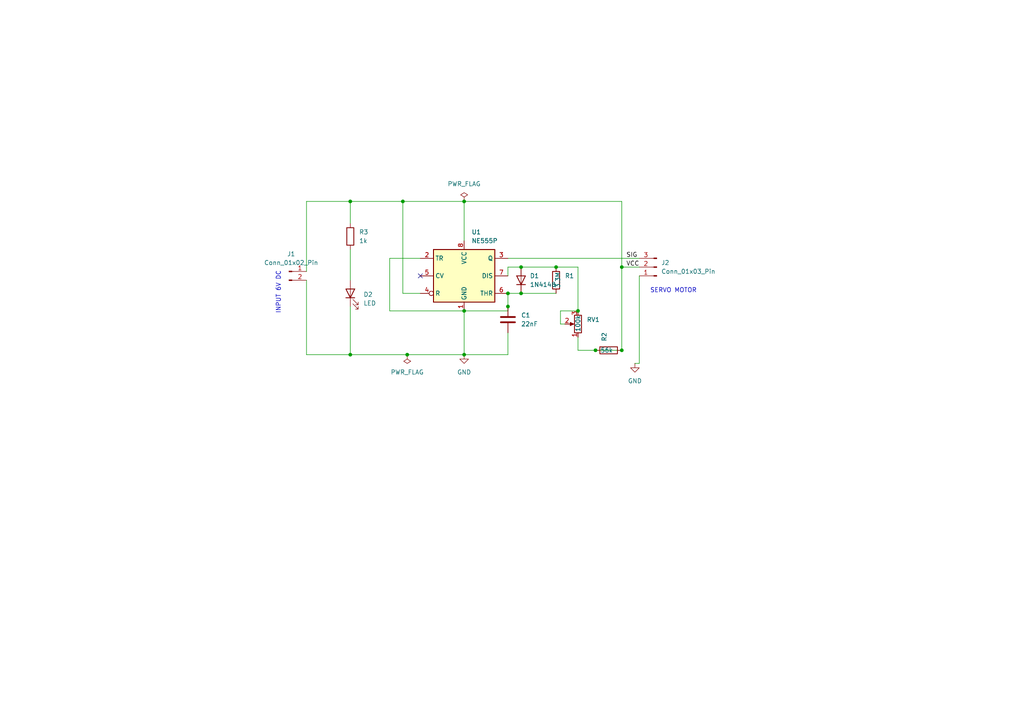
<source format=kicad_sch>
(kicad_sch
	(version 20250114)
	(generator "eeschema")
	(generator_version "9.0")
	(uuid "fb5911e6-8765-419b-a24c-db01bce28eb7")
	(paper "A4")
	(title_block
		(title "servo motor tester")
		(date "2025-12-20")
	)
	(lib_symbols
		(symbol "Connector:Conn_01x02_Pin"
			(pin_names
				(offset 1.016)
				(hide yes)
			)
			(exclude_from_sim no)
			(in_bom yes)
			(on_board yes)
			(property "Reference" "J"
				(at 0 2.54 0)
				(effects
					(font
						(size 1.27 1.27)
					)
				)
			)
			(property "Value" "Conn_01x02_Pin"
				(at 0 -5.08 0)
				(effects
					(font
						(size 1.27 1.27)
					)
				)
			)
			(property "Footprint" ""
				(at 0 0 0)
				(effects
					(font
						(size 1.27 1.27)
					)
					(hide yes)
				)
			)
			(property "Datasheet" "~"
				(at 0 0 0)
				(effects
					(font
						(size 1.27 1.27)
					)
					(hide yes)
				)
			)
			(property "Description" "Generic connector, single row, 01x02, script generated"
				(at 0 0 0)
				(effects
					(font
						(size 1.27 1.27)
					)
					(hide yes)
				)
			)
			(property "ki_locked" ""
				(at 0 0 0)
				(effects
					(font
						(size 1.27 1.27)
					)
				)
			)
			(property "ki_keywords" "connector"
				(at 0 0 0)
				(effects
					(font
						(size 1.27 1.27)
					)
					(hide yes)
				)
			)
			(property "ki_fp_filters" "Connector*:*_1x??_*"
				(at 0 0 0)
				(effects
					(font
						(size 1.27 1.27)
					)
					(hide yes)
				)
			)
			(symbol "Conn_01x02_Pin_1_1"
				(rectangle
					(start 0.8636 0.127)
					(end 0 -0.127)
					(stroke
						(width 0.1524)
						(type default)
					)
					(fill
						(type outline)
					)
				)
				(rectangle
					(start 0.8636 -2.413)
					(end 0 -2.667)
					(stroke
						(width 0.1524)
						(type default)
					)
					(fill
						(type outline)
					)
				)
				(polyline
					(pts
						(xy 1.27 0) (xy 0.8636 0)
					)
					(stroke
						(width 0.1524)
						(type default)
					)
					(fill
						(type none)
					)
				)
				(polyline
					(pts
						(xy 1.27 -2.54) (xy 0.8636 -2.54)
					)
					(stroke
						(width 0.1524)
						(type default)
					)
					(fill
						(type none)
					)
				)
				(pin passive line
					(at 5.08 0 180)
					(length 3.81)
					(name "Pin_1"
						(effects
							(font
								(size 1.27 1.27)
							)
						)
					)
					(number "1"
						(effects
							(font
								(size 1.27 1.27)
							)
						)
					)
				)
				(pin passive line
					(at 5.08 -2.54 180)
					(length 3.81)
					(name "Pin_2"
						(effects
							(font
								(size 1.27 1.27)
							)
						)
					)
					(number "2"
						(effects
							(font
								(size 1.27 1.27)
							)
						)
					)
				)
			)
			(embedded_fonts no)
		)
		(symbol "Connector:Conn_01x03_Pin"
			(pin_names
				(offset 1.016)
				(hide yes)
			)
			(exclude_from_sim no)
			(in_bom yes)
			(on_board yes)
			(property "Reference" "J"
				(at 0 5.08 0)
				(effects
					(font
						(size 1.27 1.27)
					)
				)
			)
			(property "Value" "Conn_01x03_Pin"
				(at 0 -5.08 0)
				(effects
					(font
						(size 1.27 1.27)
					)
				)
			)
			(property "Footprint" ""
				(at 0 0 0)
				(effects
					(font
						(size 1.27 1.27)
					)
					(hide yes)
				)
			)
			(property "Datasheet" "~"
				(at 0 0 0)
				(effects
					(font
						(size 1.27 1.27)
					)
					(hide yes)
				)
			)
			(property "Description" "Generic connector, single row, 01x03, script generated"
				(at 0 0 0)
				(effects
					(font
						(size 1.27 1.27)
					)
					(hide yes)
				)
			)
			(property "ki_locked" ""
				(at 0 0 0)
				(effects
					(font
						(size 1.27 1.27)
					)
				)
			)
			(property "ki_keywords" "connector"
				(at 0 0 0)
				(effects
					(font
						(size 1.27 1.27)
					)
					(hide yes)
				)
			)
			(property "ki_fp_filters" "Connector*:*_1x??_*"
				(at 0 0 0)
				(effects
					(font
						(size 1.27 1.27)
					)
					(hide yes)
				)
			)
			(symbol "Conn_01x03_Pin_1_1"
				(rectangle
					(start 0.8636 2.667)
					(end 0 2.413)
					(stroke
						(width 0.1524)
						(type default)
					)
					(fill
						(type outline)
					)
				)
				(rectangle
					(start 0.8636 0.127)
					(end 0 -0.127)
					(stroke
						(width 0.1524)
						(type default)
					)
					(fill
						(type outline)
					)
				)
				(rectangle
					(start 0.8636 -2.413)
					(end 0 -2.667)
					(stroke
						(width 0.1524)
						(type default)
					)
					(fill
						(type outline)
					)
				)
				(polyline
					(pts
						(xy 1.27 2.54) (xy 0.8636 2.54)
					)
					(stroke
						(width 0.1524)
						(type default)
					)
					(fill
						(type none)
					)
				)
				(polyline
					(pts
						(xy 1.27 0) (xy 0.8636 0)
					)
					(stroke
						(width 0.1524)
						(type default)
					)
					(fill
						(type none)
					)
				)
				(polyline
					(pts
						(xy 1.27 -2.54) (xy 0.8636 -2.54)
					)
					(stroke
						(width 0.1524)
						(type default)
					)
					(fill
						(type none)
					)
				)
				(pin passive line
					(at 5.08 2.54 180)
					(length 3.81)
					(name "Pin_1"
						(effects
							(font
								(size 1.27 1.27)
							)
						)
					)
					(number "1"
						(effects
							(font
								(size 1.27 1.27)
							)
						)
					)
				)
				(pin passive line
					(at 5.08 0 180)
					(length 3.81)
					(name "Pin_2"
						(effects
							(font
								(size 1.27 1.27)
							)
						)
					)
					(number "2"
						(effects
							(font
								(size 1.27 1.27)
							)
						)
					)
				)
				(pin passive line
					(at 5.08 -2.54 180)
					(length 3.81)
					(name "Pin_3"
						(effects
							(font
								(size 1.27 1.27)
							)
						)
					)
					(number "3"
						(effects
							(font
								(size 1.27 1.27)
							)
						)
					)
				)
			)
			(embedded_fonts no)
		)
		(symbol "Device:C"
			(pin_numbers
				(hide yes)
			)
			(pin_names
				(offset 0.254)
			)
			(exclude_from_sim no)
			(in_bom yes)
			(on_board yes)
			(property "Reference" "C"
				(at 0.635 2.54 0)
				(effects
					(font
						(size 1.27 1.27)
					)
					(justify left)
				)
			)
			(property "Value" "C"
				(at 0.635 -2.54 0)
				(effects
					(font
						(size 1.27 1.27)
					)
					(justify left)
				)
			)
			(property "Footprint" ""
				(at 0.9652 -3.81 0)
				(effects
					(font
						(size 1.27 1.27)
					)
					(hide yes)
				)
			)
			(property "Datasheet" "~"
				(at 0 0 0)
				(effects
					(font
						(size 1.27 1.27)
					)
					(hide yes)
				)
			)
			(property "Description" "Unpolarized capacitor"
				(at 0 0 0)
				(effects
					(font
						(size 1.27 1.27)
					)
					(hide yes)
				)
			)
			(property "ki_keywords" "cap capacitor"
				(at 0 0 0)
				(effects
					(font
						(size 1.27 1.27)
					)
					(hide yes)
				)
			)
			(property "ki_fp_filters" "C_*"
				(at 0 0 0)
				(effects
					(font
						(size 1.27 1.27)
					)
					(hide yes)
				)
			)
			(symbol "C_0_1"
				(polyline
					(pts
						(xy -2.032 0.762) (xy 2.032 0.762)
					)
					(stroke
						(width 0.508)
						(type default)
					)
					(fill
						(type none)
					)
				)
				(polyline
					(pts
						(xy -2.032 -0.762) (xy 2.032 -0.762)
					)
					(stroke
						(width 0.508)
						(type default)
					)
					(fill
						(type none)
					)
				)
			)
			(symbol "C_1_1"
				(pin passive line
					(at 0 3.81 270)
					(length 2.794)
					(name "~"
						(effects
							(font
								(size 1.27 1.27)
							)
						)
					)
					(number "1"
						(effects
							(font
								(size 1.27 1.27)
							)
						)
					)
				)
				(pin passive line
					(at 0 -3.81 90)
					(length 2.794)
					(name "~"
						(effects
							(font
								(size 1.27 1.27)
							)
						)
					)
					(number "2"
						(effects
							(font
								(size 1.27 1.27)
							)
						)
					)
				)
			)
			(embedded_fonts no)
		)
		(symbol "Device:LED"
			(pin_numbers
				(hide yes)
			)
			(pin_names
				(offset 1.016)
				(hide yes)
			)
			(exclude_from_sim no)
			(in_bom yes)
			(on_board yes)
			(property "Reference" "D"
				(at 0 2.54 0)
				(effects
					(font
						(size 1.27 1.27)
					)
				)
			)
			(property "Value" "LED"
				(at 0 -2.54 0)
				(effects
					(font
						(size 1.27 1.27)
					)
				)
			)
			(property "Footprint" ""
				(at 0 0 0)
				(effects
					(font
						(size 1.27 1.27)
					)
					(hide yes)
				)
			)
			(property "Datasheet" "~"
				(at 0 0 0)
				(effects
					(font
						(size 1.27 1.27)
					)
					(hide yes)
				)
			)
			(property "Description" "Light emitting diode"
				(at 0 0 0)
				(effects
					(font
						(size 1.27 1.27)
					)
					(hide yes)
				)
			)
			(property "Sim.Pins" "1=K 2=A"
				(at 0 0 0)
				(effects
					(font
						(size 1.27 1.27)
					)
					(hide yes)
				)
			)
			(property "ki_keywords" "LED diode"
				(at 0 0 0)
				(effects
					(font
						(size 1.27 1.27)
					)
					(hide yes)
				)
			)
			(property "ki_fp_filters" "LED* LED_SMD:* LED_THT:*"
				(at 0 0 0)
				(effects
					(font
						(size 1.27 1.27)
					)
					(hide yes)
				)
			)
			(symbol "LED_0_1"
				(polyline
					(pts
						(xy -3.048 -0.762) (xy -4.572 -2.286) (xy -3.81 -2.286) (xy -4.572 -2.286) (xy -4.572 -1.524)
					)
					(stroke
						(width 0)
						(type default)
					)
					(fill
						(type none)
					)
				)
				(polyline
					(pts
						(xy -1.778 -0.762) (xy -3.302 -2.286) (xy -2.54 -2.286) (xy -3.302 -2.286) (xy -3.302 -1.524)
					)
					(stroke
						(width 0)
						(type default)
					)
					(fill
						(type none)
					)
				)
				(polyline
					(pts
						(xy -1.27 0) (xy 1.27 0)
					)
					(stroke
						(width 0)
						(type default)
					)
					(fill
						(type none)
					)
				)
				(polyline
					(pts
						(xy -1.27 -1.27) (xy -1.27 1.27)
					)
					(stroke
						(width 0.254)
						(type default)
					)
					(fill
						(type none)
					)
				)
				(polyline
					(pts
						(xy 1.27 -1.27) (xy 1.27 1.27) (xy -1.27 0) (xy 1.27 -1.27)
					)
					(stroke
						(width 0.254)
						(type default)
					)
					(fill
						(type none)
					)
				)
			)
			(symbol "LED_1_1"
				(pin passive line
					(at -3.81 0 0)
					(length 2.54)
					(name "K"
						(effects
							(font
								(size 1.27 1.27)
							)
						)
					)
					(number "1"
						(effects
							(font
								(size 1.27 1.27)
							)
						)
					)
				)
				(pin passive line
					(at 3.81 0 180)
					(length 2.54)
					(name "A"
						(effects
							(font
								(size 1.27 1.27)
							)
						)
					)
					(number "2"
						(effects
							(font
								(size 1.27 1.27)
							)
						)
					)
				)
			)
			(embedded_fonts no)
		)
		(symbol "Device:R"
			(pin_numbers
				(hide yes)
			)
			(pin_names
				(offset 0)
			)
			(exclude_from_sim no)
			(in_bom yes)
			(on_board yes)
			(property "Reference" "R"
				(at 2.032 0 90)
				(effects
					(font
						(size 1.27 1.27)
					)
				)
			)
			(property "Value" "R"
				(at 0 0 90)
				(effects
					(font
						(size 1.27 1.27)
					)
				)
			)
			(property "Footprint" ""
				(at -1.778 0 90)
				(effects
					(font
						(size 1.27 1.27)
					)
					(hide yes)
				)
			)
			(property "Datasheet" "~"
				(at 0 0 0)
				(effects
					(font
						(size 1.27 1.27)
					)
					(hide yes)
				)
			)
			(property "Description" "Resistor"
				(at 0 0 0)
				(effects
					(font
						(size 1.27 1.27)
					)
					(hide yes)
				)
			)
			(property "ki_keywords" "R res resistor"
				(at 0 0 0)
				(effects
					(font
						(size 1.27 1.27)
					)
					(hide yes)
				)
			)
			(property "ki_fp_filters" "R_*"
				(at 0 0 0)
				(effects
					(font
						(size 1.27 1.27)
					)
					(hide yes)
				)
			)
			(symbol "R_0_1"
				(rectangle
					(start -1.016 -2.54)
					(end 1.016 2.54)
					(stroke
						(width 0.254)
						(type default)
					)
					(fill
						(type none)
					)
				)
			)
			(symbol "R_1_1"
				(pin passive line
					(at 0 3.81 270)
					(length 1.27)
					(name "~"
						(effects
							(font
								(size 1.27 1.27)
							)
						)
					)
					(number "1"
						(effects
							(font
								(size 1.27 1.27)
							)
						)
					)
				)
				(pin passive line
					(at 0 -3.81 90)
					(length 1.27)
					(name "~"
						(effects
							(font
								(size 1.27 1.27)
							)
						)
					)
					(number "2"
						(effects
							(font
								(size 1.27 1.27)
							)
						)
					)
				)
			)
			(embedded_fonts no)
		)
		(symbol "Device:R_Potentiometer"
			(pin_names
				(offset 1.016)
				(hide yes)
			)
			(exclude_from_sim no)
			(in_bom yes)
			(on_board yes)
			(property "Reference" "RV"
				(at -4.445 0 90)
				(effects
					(font
						(size 1.27 1.27)
					)
				)
			)
			(property "Value" "R_Potentiometer"
				(at -2.54 0 90)
				(effects
					(font
						(size 1.27 1.27)
					)
				)
			)
			(property "Footprint" ""
				(at 0 0 0)
				(effects
					(font
						(size 1.27 1.27)
					)
					(hide yes)
				)
			)
			(property "Datasheet" "~"
				(at 0 0 0)
				(effects
					(font
						(size 1.27 1.27)
					)
					(hide yes)
				)
			)
			(property "Description" "Potentiometer"
				(at 0 0 0)
				(effects
					(font
						(size 1.27 1.27)
					)
					(hide yes)
				)
			)
			(property "ki_keywords" "resistor variable"
				(at 0 0 0)
				(effects
					(font
						(size 1.27 1.27)
					)
					(hide yes)
				)
			)
			(property "ki_fp_filters" "Potentiometer*"
				(at 0 0 0)
				(effects
					(font
						(size 1.27 1.27)
					)
					(hide yes)
				)
			)
			(symbol "R_Potentiometer_0_1"
				(rectangle
					(start 1.016 2.54)
					(end -1.016 -2.54)
					(stroke
						(width 0.254)
						(type default)
					)
					(fill
						(type none)
					)
				)
				(polyline
					(pts
						(xy 1.143 0) (xy 2.286 0.508) (xy 2.286 -0.508) (xy 1.143 0)
					)
					(stroke
						(width 0)
						(type default)
					)
					(fill
						(type outline)
					)
				)
				(polyline
					(pts
						(xy 2.54 0) (xy 1.524 0)
					)
					(stroke
						(width 0)
						(type default)
					)
					(fill
						(type none)
					)
				)
			)
			(symbol "R_Potentiometer_1_1"
				(pin passive line
					(at 0 3.81 270)
					(length 1.27)
					(name "1"
						(effects
							(font
								(size 1.27 1.27)
							)
						)
					)
					(number "1"
						(effects
							(font
								(size 1.27 1.27)
							)
						)
					)
				)
				(pin passive line
					(at 0 -3.81 90)
					(length 1.27)
					(name "3"
						(effects
							(font
								(size 1.27 1.27)
							)
						)
					)
					(number "3"
						(effects
							(font
								(size 1.27 1.27)
							)
						)
					)
				)
				(pin passive line
					(at 3.81 0 180)
					(length 1.27)
					(name "2"
						(effects
							(font
								(size 1.27 1.27)
							)
						)
					)
					(number "2"
						(effects
							(font
								(size 1.27 1.27)
							)
						)
					)
				)
			)
			(embedded_fonts no)
		)
		(symbol "Diode:1N4148"
			(pin_numbers
				(hide yes)
			)
			(pin_names
				(hide yes)
			)
			(exclude_from_sim no)
			(in_bom yes)
			(on_board yes)
			(property "Reference" "D"
				(at 0 2.54 0)
				(effects
					(font
						(size 1.27 1.27)
					)
				)
			)
			(property "Value" "1N4148"
				(at 0 -2.54 0)
				(effects
					(font
						(size 1.27 1.27)
					)
				)
			)
			(property "Footprint" "Diode_THT:D_DO-35_SOD27_P7.62mm_Horizontal"
				(at 0 0 0)
				(effects
					(font
						(size 1.27 1.27)
					)
					(hide yes)
				)
			)
			(property "Datasheet" "https://assets.nexperia.com/documents/data-sheet/1N4148_1N4448.pdf"
				(at 0 0 0)
				(effects
					(font
						(size 1.27 1.27)
					)
					(hide yes)
				)
			)
			(property "Description" "100V 0.15A standard switching diode, DO-35"
				(at 0 0 0)
				(effects
					(font
						(size 1.27 1.27)
					)
					(hide yes)
				)
			)
			(property "Sim.Device" "D"
				(at 0 0 0)
				(effects
					(font
						(size 1.27 1.27)
					)
					(hide yes)
				)
			)
			(property "Sim.Pins" "1=K 2=A"
				(at 0 0 0)
				(effects
					(font
						(size 1.27 1.27)
					)
					(hide yes)
				)
			)
			(property "ki_keywords" "diode"
				(at 0 0 0)
				(effects
					(font
						(size 1.27 1.27)
					)
					(hide yes)
				)
			)
			(property "ki_fp_filters" "D*DO?35*"
				(at 0 0 0)
				(effects
					(font
						(size 1.27 1.27)
					)
					(hide yes)
				)
			)
			(symbol "1N4148_0_1"
				(polyline
					(pts
						(xy -1.27 1.27) (xy -1.27 -1.27)
					)
					(stroke
						(width 0.254)
						(type default)
					)
					(fill
						(type none)
					)
				)
				(polyline
					(pts
						(xy 1.27 1.27) (xy 1.27 -1.27) (xy -1.27 0) (xy 1.27 1.27)
					)
					(stroke
						(width 0.254)
						(type default)
					)
					(fill
						(type none)
					)
				)
				(polyline
					(pts
						(xy 1.27 0) (xy -1.27 0)
					)
					(stroke
						(width 0)
						(type default)
					)
					(fill
						(type none)
					)
				)
			)
			(symbol "1N4148_1_1"
				(pin passive line
					(at -3.81 0 0)
					(length 2.54)
					(name "K"
						(effects
							(font
								(size 1.27 1.27)
							)
						)
					)
					(number "1"
						(effects
							(font
								(size 1.27 1.27)
							)
						)
					)
				)
				(pin passive line
					(at 3.81 0 180)
					(length 2.54)
					(name "A"
						(effects
							(font
								(size 1.27 1.27)
							)
						)
					)
					(number "2"
						(effects
							(font
								(size 1.27 1.27)
							)
						)
					)
				)
			)
			(embedded_fonts no)
		)
		(symbol "Timer:NE555P"
			(exclude_from_sim no)
			(in_bom yes)
			(on_board yes)
			(property "Reference" "U"
				(at -10.16 8.89 0)
				(effects
					(font
						(size 1.27 1.27)
					)
					(justify left)
				)
			)
			(property "Value" "NE555P"
				(at 2.54 8.89 0)
				(effects
					(font
						(size 1.27 1.27)
					)
					(justify left)
				)
			)
			(property "Footprint" "Package_DIP:DIP-8_W7.62mm"
				(at 16.51 -10.16 0)
				(effects
					(font
						(size 1.27 1.27)
					)
					(hide yes)
				)
			)
			(property "Datasheet" "http://www.ti.com/lit/ds/symlink/ne555.pdf"
				(at 21.59 -10.16 0)
				(effects
					(font
						(size 1.27 1.27)
					)
					(hide yes)
				)
			)
			(property "Description" "Precision Timers, 555 compatible,  PDIP-8"
				(at 0 0 0)
				(effects
					(font
						(size 1.27 1.27)
					)
					(hide yes)
				)
			)
			(property "ki_keywords" "single timer 555"
				(at 0 0 0)
				(effects
					(font
						(size 1.27 1.27)
					)
					(hide yes)
				)
			)
			(property "ki_fp_filters" "DIP*W7.62mm*"
				(at 0 0 0)
				(effects
					(font
						(size 1.27 1.27)
					)
					(hide yes)
				)
			)
			(symbol "NE555P_0_0"
				(pin power_in line
					(at 0 10.16 270)
					(length 2.54)
					(name "VCC"
						(effects
							(font
								(size 1.27 1.27)
							)
						)
					)
					(number "8"
						(effects
							(font
								(size 1.27 1.27)
							)
						)
					)
				)
				(pin power_in line
					(at 0 -10.16 90)
					(length 2.54)
					(name "GND"
						(effects
							(font
								(size 1.27 1.27)
							)
						)
					)
					(number "1"
						(effects
							(font
								(size 1.27 1.27)
							)
						)
					)
				)
			)
			(symbol "NE555P_0_1"
				(rectangle
					(start -8.89 -7.62)
					(end 8.89 7.62)
					(stroke
						(width 0.254)
						(type default)
					)
					(fill
						(type background)
					)
				)
				(rectangle
					(start -8.89 -7.62)
					(end 8.89 7.62)
					(stroke
						(width 0.254)
						(type default)
					)
					(fill
						(type background)
					)
				)
			)
			(symbol "NE555P_1_1"
				(pin input line
					(at -12.7 5.08 0)
					(length 3.81)
					(name "TR"
						(effects
							(font
								(size 1.27 1.27)
							)
						)
					)
					(number "2"
						(effects
							(font
								(size 1.27 1.27)
							)
						)
					)
				)
				(pin input line
					(at -12.7 0 0)
					(length 3.81)
					(name "CV"
						(effects
							(font
								(size 1.27 1.27)
							)
						)
					)
					(number "5"
						(effects
							(font
								(size 1.27 1.27)
							)
						)
					)
				)
				(pin input inverted
					(at -12.7 -5.08 0)
					(length 3.81)
					(name "R"
						(effects
							(font
								(size 1.27 1.27)
							)
						)
					)
					(number "4"
						(effects
							(font
								(size 1.27 1.27)
							)
						)
					)
				)
				(pin output line
					(at 12.7 5.08 180)
					(length 3.81)
					(name "Q"
						(effects
							(font
								(size 1.27 1.27)
							)
						)
					)
					(number "3"
						(effects
							(font
								(size 1.27 1.27)
							)
						)
					)
				)
				(pin input line
					(at 12.7 0 180)
					(length 3.81)
					(name "DIS"
						(effects
							(font
								(size 1.27 1.27)
							)
						)
					)
					(number "7"
						(effects
							(font
								(size 1.27 1.27)
							)
						)
					)
				)
				(pin input line
					(at 12.7 -5.08 180)
					(length 3.81)
					(name "THR"
						(effects
							(font
								(size 1.27 1.27)
							)
						)
					)
					(number "6"
						(effects
							(font
								(size 1.27 1.27)
							)
						)
					)
				)
			)
			(embedded_fonts no)
		)
		(symbol "power:GND"
			(power)
			(pin_numbers
				(hide yes)
			)
			(pin_names
				(offset 0)
				(hide yes)
			)
			(exclude_from_sim no)
			(in_bom yes)
			(on_board yes)
			(property "Reference" "#PWR"
				(at 0 -6.35 0)
				(effects
					(font
						(size 1.27 1.27)
					)
					(hide yes)
				)
			)
			(property "Value" "GND"
				(at 0 -3.81 0)
				(effects
					(font
						(size 1.27 1.27)
					)
				)
			)
			(property "Footprint" ""
				(at 0 0 0)
				(effects
					(font
						(size 1.27 1.27)
					)
					(hide yes)
				)
			)
			(property "Datasheet" ""
				(at 0 0 0)
				(effects
					(font
						(size 1.27 1.27)
					)
					(hide yes)
				)
			)
			(property "Description" "Power symbol creates a global label with name \"GND\" , ground"
				(at 0 0 0)
				(effects
					(font
						(size 1.27 1.27)
					)
					(hide yes)
				)
			)
			(property "ki_keywords" "global power"
				(at 0 0 0)
				(effects
					(font
						(size 1.27 1.27)
					)
					(hide yes)
				)
			)
			(symbol "GND_0_1"
				(polyline
					(pts
						(xy 0 0) (xy 0 -1.27) (xy 1.27 -1.27) (xy 0 -2.54) (xy -1.27 -1.27) (xy 0 -1.27)
					)
					(stroke
						(width 0)
						(type default)
					)
					(fill
						(type none)
					)
				)
			)
			(symbol "GND_1_1"
				(pin power_in line
					(at 0 0 270)
					(length 0)
					(name "~"
						(effects
							(font
								(size 1.27 1.27)
							)
						)
					)
					(number "1"
						(effects
							(font
								(size 1.27 1.27)
							)
						)
					)
				)
			)
			(embedded_fonts no)
		)
		(symbol "power:PWR_FLAG"
			(power)
			(pin_numbers
				(hide yes)
			)
			(pin_names
				(offset 0)
				(hide yes)
			)
			(exclude_from_sim no)
			(in_bom yes)
			(on_board yes)
			(property "Reference" "#FLG"
				(at 0 1.905 0)
				(effects
					(font
						(size 1.27 1.27)
					)
					(hide yes)
				)
			)
			(property "Value" "PWR_FLAG"
				(at 0 3.81 0)
				(effects
					(font
						(size 1.27 1.27)
					)
				)
			)
			(property "Footprint" ""
				(at 0 0 0)
				(effects
					(font
						(size 1.27 1.27)
					)
					(hide yes)
				)
			)
			(property "Datasheet" "~"
				(at 0 0 0)
				(effects
					(font
						(size 1.27 1.27)
					)
					(hide yes)
				)
			)
			(property "Description" "Special symbol for telling ERC where power comes from"
				(at 0 0 0)
				(effects
					(font
						(size 1.27 1.27)
					)
					(hide yes)
				)
			)
			(property "ki_keywords" "flag power"
				(at 0 0 0)
				(effects
					(font
						(size 1.27 1.27)
					)
					(hide yes)
				)
			)
			(symbol "PWR_FLAG_0_0"
				(pin power_out line
					(at 0 0 90)
					(length 0)
					(name "~"
						(effects
							(font
								(size 1.27 1.27)
							)
						)
					)
					(number "1"
						(effects
							(font
								(size 1.27 1.27)
							)
						)
					)
				)
			)
			(symbol "PWR_FLAG_0_1"
				(polyline
					(pts
						(xy 0 0) (xy 0 1.27) (xy -1.016 1.905) (xy 0 2.54) (xy 1.016 1.905) (xy 0 1.27)
					)
					(stroke
						(width 0)
						(type default)
					)
					(fill
						(type none)
					)
				)
			)
			(embedded_fonts no)
		)
	)
	(text "INPUT 6V DC\n"
		(exclude_from_sim no)
		(at 80.772 84.836 90)
		(effects
			(font
				(size 1.27 1.27)
			)
		)
		(uuid "304f274a-b0f7-4e89-a81f-13b655c0b518")
	)
	(text "SERVO MOTOR"
		(exclude_from_sim no)
		(at 195.326 84.328 0)
		(effects
			(font
				(size 1.27 1.27)
			)
		)
		(uuid "93effef5-2a09-40af-a58e-580e1e31fb9f")
	)
	(junction
		(at 147.32 85.09)
		(diameter 0)
		(color 0 0 0 0)
		(uuid "03c6bdbc-1216-4567-b8ff-56e880b7d87e")
	)
	(junction
		(at 134.62 58.42)
		(diameter 0)
		(color 0 0 0 0)
		(uuid "13bd4040-d68a-4250-acb2-06e3d0e2c3c2")
	)
	(junction
		(at 151.13 77.47)
		(diameter 0)
		(color 0 0 0 0)
		(uuid "3de4376f-347e-42af-bd93-b9f3420e388d")
	)
	(junction
		(at 118.11 102.87)
		(diameter 0)
		(color 0 0 0 0)
		(uuid "53b578b5-b35a-40ea-84f9-2ed31dad678e")
	)
	(junction
		(at 167.64 90.17)
		(diameter 0)
		(color 0 0 0 0)
		(uuid "6fa2b880-1de7-4f05-8eca-80f4bcffd99c")
	)
	(junction
		(at 151.13 85.09)
		(diameter 0)
		(color 0 0 0 0)
		(uuid "705ea9a4-91e0-49ec-b968-e185e3a1c0e3")
	)
	(junction
		(at 172.72 101.6)
		(diameter 0)
		(color 0 0 0 0)
		(uuid "763a37f3-691b-4c2c-8822-3f2c707a202f")
	)
	(junction
		(at 134.62 102.87)
		(diameter 0)
		(color 0 0 0 0)
		(uuid "8f20debb-441c-43ec-bacf-1470da5fac93")
	)
	(junction
		(at 101.6 58.42)
		(diameter 0)
		(color 0 0 0 0)
		(uuid "9359cfbd-e412-48c9-a005-d1f3da8d6e96")
	)
	(junction
		(at 101.6 102.87)
		(diameter 0)
		(color 0 0 0 0)
		(uuid "96e27e65-70e2-48a0-8599-868c066d8591")
	)
	(junction
		(at 161.29 77.47)
		(diameter 0)
		(color 0 0 0 0)
		(uuid "ae1fa971-3565-4815-a753-a15ca2490c7f")
	)
	(junction
		(at 134.62 90.17)
		(diameter 0)
		(color 0 0 0 0)
		(uuid "d6d2674c-c53d-4ebe-bf47-bf42fcb1eef7")
	)
	(junction
		(at 180.34 101.6)
		(diameter 0)
		(color 0 0 0 0)
		(uuid "e4e49ae6-8fc8-48a6-9462-5347250794b9")
	)
	(junction
		(at 180.34 77.47)
		(diameter 0)
		(color 0 0 0 0)
		(uuid "eed12489-fb7c-4168-a0b0-a440275900af")
	)
	(junction
		(at 147.32 88.9)
		(diameter 0)
		(color 0 0 0 0)
		(uuid "fb243138-b5f2-4ce1-8a9d-9bac1d8f7342")
	)
	(junction
		(at 116.84 58.42)
		(diameter 0)
		(color 0 0 0 0)
		(uuid "fdb02eb2-4bd3-4d84-b826-83295be97c3a")
	)
	(no_connect
		(at 121.92 80.01)
		(uuid "dfb5a9d8-00a8-4e25-a0e6-634ca474257e")
	)
	(wire
		(pts
			(xy 88.9 58.42) (xy 101.6 58.42)
		)
		(stroke
			(width 0)
			(type default)
		)
		(uuid "0169f440-aecf-442d-94d5-d1fbfc3d36fa")
	)
	(wire
		(pts
			(xy 185.42 80.01) (xy 185.42 105.41)
		)
		(stroke
			(width 0)
			(type default)
		)
		(uuid "016d22cf-9f33-48c2-b700-5912c41d2ce2")
	)
	(wire
		(pts
			(xy 147.32 85.09) (xy 147.32 88.9)
		)
		(stroke
			(width 0)
			(type default)
		)
		(uuid "065b8f0d-d2ab-4f92-b49b-f1a8b8965953")
	)
	(wire
		(pts
			(xy 180.34 58.42) (xy 180.34 77.47)
		)
		(stroke
			(width 0)
			(type default)
		)
		(uuid "0a45efb1-0d1f-4d69-81d0-000042e730f0")
	)
	(wire
		(pts
			(xy 113.03 90.17) (xy 134.62 90.17)
		)
		(stroke
			(width 0)
			(type default)
		)
		(uuid "25dd6e07-7642-4010-94c0-3bf27d4f5055")
	)
	(wire
		(pts
			(xy 134.62 90.17) (xy 147.32 90.17)
		)
		(stroke
			(width 0)
			(type default)
		)
		(uuid "2a459e3f-7874-4bf1-93db-ce6061c8fa58")
	)
	(wire
		(pts
			(xy 147.32 96.52) (xy 147.32 102.87)
		)
		(stroke
			(width 0)
			(type default)
		)
		(uuid "2a8c3854-829f-4a9a-8961-706b5ee882ac")
	)
	(wire
		(pts
			(xy 88.9 81.28) (xy 88.9 102.87)
		)
		(stroke
			(width 0)
			(type default)
		)
		(uuid "2bb81ae8-e43e-43da-b59b-40cf431f35bf")
	)
	(wire
		(pts
			(xy 163.83 93.98) (xy 162.56 93.98)
		)
		(stroke
			(width 0)
			(type default)
		)
		(uuid "3cfad8c0-4b2a-4f02-8867-8b3d7d318147")
	)
	(wire
		(pts
			(xy 101.6 102.87) (xy 118.11 102.87)
		)
		(stroke
			(width 0)
			(type default)
		)
		(uuid "41a8b875-8277-43df-876d-81ae9e85d096")
	)
	(wire
		(pts
			(xy 147.32 88.9) (xy 147.32 90.17)
		)
		(stroke
			(width 0)
			(type default)
		)
		(uuid "523974ba-0827-4305-a6e1-934812ba53ae")
	)
	(wire
		(pts
			(xy 147.32 85.09) (xy 151.13 85.09)
		)
		(stroke
			(width 0)
			(type default)
		)
		(uuid "5ad45c6a-26db-4b24-a100-e3a14df3da8e")
	)
	(wire
		(pts
			(xy 121.92 74.93) (xy 113.03 74.93)
		)
		(stroke
			(width 0)
			(type default)
		)
		(uuid "62188701-c406-4fb9-abd4-f2535bf5d79c")
	)
	(wire
		(pts
			(xy 101.6 88.9) (xy 101.6 102.87)
		)
		(stroke
			(width 0)
			(type default)
		)
		(uuid "6230b357-11da-4d21-bcd7-63206cd817b7")
	)
	(wire
		(pts
			(xy 134.62 58.42) (xy 116.84 58.42)
		)
		(stroke
			(width 0)
			(type default)
		)
		(uuid "6e87ef45-9ee4-4c54-a448-5a524da52360")
	)
	(wire
		(pts
			(xy 167.64 77.47) (xy 167.64 90.17)
		)
		(stroke
			(width 0)
			(type default)
		)
		(uuid "74e29125-f700-440f-82f8-3161f65307fd")
	)
	(wire
		(pts
			(xy 134.62 102.87) (xy 134.62 90.17)
		)
		(stroke
			(width 0)
			(type default)
		)
		(uuid "76da2dc2-2fd3-4259-b0ed-0ee5810b4060")
	)
	(wire
		(pts
			(xy 147.32 77.47) (xy 151.13 77.47)
		)
		(stroke
			(width 0)
			(type default)
		)
		(uuid "789f0703-fdff-4a9e-bb57-a750851d0660")
	)
	(wire
		(pts
			(xy 134.62 69.85) (xy 134.62 58.42)
		)
		(stroke
			(width 0)
			(type default)
		)
		(uuid "7c20705c-1b77-48bc-bae2-fc12c496d256")
	)
	(wire
		(pts
			(xy 88.9 102.87) (xy 101.6 102.87)
		)
		(stroke
			(width 0)
			(type default)
		)
		(uuid "895b7912-e314-487d-8843-5ce894af49ce")
	)
	(wire
		(pts
			(xy 118.11 102.87) (xy 134.62 102.87)
		)
		(stroke
			(width 0)
			(type default)
		)
		(uuid "9380a573-f435-46d7-9f47-1affdff078db")
	)
	(wire
		(pts
			(xy 180.34 77.47) (xy 185.42 77.47)
		)
		(stroke
			(width 0)
			(type default)
		)
		(uuid "9721cf77-1e08-426b-a671-2703f94879cc")
	)
	(wire
		(pts
			(xy 172.72 101.6) (xy 180.34 101.6)
		)
		(stroke
			(width 0)
			(type default)
		)
		(uuid "9b5e350b-c6b3-4d4c-b700-5630c7e03841")
	)
	(wire
		(pts
			(xy 134.62 102.87) (xy 147.32 102.87)
		)
		(stroke
			(width 0)
			(type default)
		)
		(uuid "a1612456-2910-4f46-8b91-9bdae5866056")
	)
	(wire
		(pts
			(xy 167.64 101.6) (xy 172.72 101.6)
		)
		(stroke
			(width 0)
			(type default)
		)
		(uuid "a1df4ad0-8960-46a5-a495-5c7311ef8add")
	)
	(wire
		(pts
			(xy 101.6 58.42) (xy 101.6 64.77)
		)
		(stroke
			(width 0)
			(type default)
		)
		(uuid "a454aed5-fd06-4314-bee9-ebd49860412b")
	)
	(wire
		(pts
			(xy 147.32 80.01) (xy 147.32 77.47)
		)
		(stroke
			(width 0)
			(type default)
		)
		(uuid "ae960fca-c16f-4da5-80b4-33fa2e0cd239")
	)
	(wire
		(pts
			(xy 162.56 93.98) (xy 162.56 90.17)
		)
		(stroke
			(width 0)
			(type default)
		)
		(uuid "b84fbb17-ae88-48a6-8d22-e635da0380df")
	)
	(wire
		(pts
			(xy 88.9 78.74) (xy 88.9 58.42)
		)
		(stroke
			(width 0)
			(type default)
		)
		(uuid "bac63130-fbc4-42a9-92e8-b17e9b6bb5b6")
	)
	(wire
		(pts
			(xy 180.34 77.47) (xy 180.34 101.6)
		)
		(stroke
			(width 0)
			(type default)
		)
		(uuid "bc2c757e-00cc-42d9-ac65-a906d1cccd65")
	)
	(wire
		(pts
			(xy 167.64 97.79) (xy 167.64 101.6)
		)
		(stroke
			(width 0)
			(type default)
		)
		(uuid "bcb44d62-503a-42f4-9948-35330adce9b2")
	)
	(wire
		(pts
			(xy 147.32 74.93) (xy 185.42 74.93)
		)
		(stroke
			(width 0)
			(type default)
		)
		(uuid "c2d99ef0-45d8-4a6b-8b86-48afe4933b15")
	)
	(wire
		(pts
			(xy 162.56 90.17) (xy 167.64 90.17)
		)
		(stroke
			(width 0)
			(type default)
		)
		(uuid "c6325c57-2588-4a71-a884-2de83ffed812")
	)
	(wire
		(pts
			(xy 151.13 77.47) (xy 161.29 77.47)
		)
		(stroke
			(width 0)
			(type default)
		)
		(uuid "d03baf88-a50b-4315-87e9-f1c54455b28e")
	)
	(wire
		(pts
			(xy 184.15 105.41) (xy 185.42 105.41)
		)
		(stroke
			(width 0)
			(type default)
		)
		(uuid "d21c91df-0c4b-4344-b4b5-637fe1e4a36d")
	)
	(wire
		(pts
			(xy 113.03 74.93) (xy 113.03 90.17)
		)
		(stroke
			(width 0)
			(type default)
		)
		(uuid "dfa90acf-4158-4767-bfee-20e6bd9f6f46")
	)
	(wire
		(pts
			(xy 116.84 85.09) (xy 121.92 85.09)
		)
		(stroke
			(width 0)
			(type default)
		)
		(uuid "e193aee3-e8f9-43d3-a29e-a8c0a3c4453e")
	)
	(wire
		(pts
			(xy 101.6 72.39) (xy 101.6 81.28)
		)
		(stroke
			(width 0)
			(type default)
		)
		(uuid "e33f3ba8-bd47-4554-9aa0-a0b25ffb6bec")
	)
	(wire
		(pts
			(xy 161.29 77.47) (xy 167.64 77.47)
		)
		(stroke
			(width 0)
			(type default)
		)
		(uuid "e8e1cc6e-ef42-4013-a36d-2f7d6e96e97a")
	)
	(wire
		(pts
			(xy 151.13 85.09) (xy 161.29 85.09)
		)
		(stroke
			(width 0)
			(type default)
		)
		(uuid "eb921be0-2162-41f3-b443-7e0e74bbd501")
	)
	(wire
		(pts
			(xy 101.6 58.42) (xy 116.84 58.42)
		)
		(stroke
			(width 0)
			(type default)
		)
		(uuid "ed21dfbc-0b3f-4d2c-9bdf-58c111d26812")
	)
	(wire
		(pts
			(xy 134.62 58.42) (xy 180.34 58.42)
		)
		(stroke
			(width 0)
			(type default)
		)
		(uuid "ed5a4d13-6722-4ee9-a9af-beb203203a35")
	)
	(wire
		(pts
			(xy 116.84 58.42) (xy 116.84 85.09)
		)
		(stroke
			(width 0)
			(type default)
		)
		(uuid "fd697f94-299b-4d1c-81ad-8a8dc191074c")
	)
	(label "SIG"
		(at 181.61 74.93 0)
		(effects
			(font
				(size 1.27 1.27)
			)
			(justify left bottom)
		)
		(uuid "0d9edf05-9ef0-4233-b35e-6627432805a4")
	)
	(label "VCC"
		(at 181.61 77.47 0)
		(effects
			(font
				(size 1.27 1.27)
			)
			(justify left bottom)
		)
		(uuid "36fa9ed7-5982-4708-9a69-9fa6fa3258c5")
	)
	(symbol
		(lib_id "power:GND")
		(at 134.62 102.87 0)
		(unit 1)
		(exclude_from_sim no)
		(in_bom yes)
		(on_board yes)
		(dnp no)
		(fields_autoplaced yes)
		(uuid "00da8407-ff4d-43bb-9d3f-62688d8d4e8b")
		(property "Reference" "#PWR01"
			(at 134.62 109.22 0)
			(effects
				(font
					(size 1.27 1.27)
				)
				(hide yes)
			)
		)
		(property "Value" "GND"
			(at 134.62 107.95 0)
			(effects
				(font
					(size 1.27 1.27)
				)
			)
		)
		(property "Footprint" ""
			(at 134.62 102.87 0)
			(effects
				(font
					(size 1.27 1.27)
				)
				(hide yes)
			)
		)
		(property "Datasheet" ""
			(at 134.62 102.87 0)
			(effects
				(font
					(size 1.27 1.27)
				)
				(hide yes)
			)
		)
		(property "Description" "Power symbol creates a global label with name \"GND\" , ground"
			(at 134.62 102.87 0)
			(effects
				(font
					(size 1.27 1.27)
				)
				(hide yes)
			)
		)
		(pin "1"
			(uuid "36fd7422-a016-478b-b1d2-cdfad249b00a")
		)
		(instances
			(project ""
				(path "/fb5911e6-8765-419b-a24c-db01bce28eb7"
					(reference "#PWR01")
					(unit 1)
				)
			)
		)
	)
	(symbol
		(lib_id "Device:R_Potentiometer")
		(at 167.64 93.98 180)
		(unit 1)
		(exclude_from_sim no)
		(in_bom yes)
		(on_board yes)
		(dnp no)
		(uuid "182f35b0-36de-4c9f-84af-139225670cf0")
		(property "Reference" "RV1"
			(at 170.18 92.7099 0)
			(effects
				(font
					(size 1.27 1.27)
				)
				(justify right)
			)
		)
		(property "Value" "100k"
			(at 167.64 96.266 90)
			(effects
				(font
					(size 1.27 1.27)
				)
				(justify right)
			)
		)
		(property "Footprint" "Potentiometer_THT:Potentiometer_Alps_RK163_Single_Horizontal"
			(at 167.64 93.98 0)
			(effects
				(font
					(size 1.27 1.27)
				)
				(hide yes)
			)
		)
		(property "Datasheet" "~"
			(at 167.64 93.98 0)
			(effects
				(font
					(size 1.27 1.27)
				)
				(hide yes)
			)
		)
		(property "Description" "Potentiometer"
			(at 167.64 93.98 0)
			(effects
				(font
					(size 1.27 1.27)
				)
				(hide yes)
			)
		)
		(pin "1"
			(uuid "490019bd-e567-4876-9b51-fe459b4082bf")
		)
		(pin "2"
			(uuid "2d56c0b8-7438-49d1-bf10-055b1b11c6cb")
		)
		(pin "3"
			(uuid "8e9e67f2-51c0-487b-9ada-59649ad3905d")
		)
		(instances
			(project ""
				(path "/fb5911e6-8765-419b-a24c-db01bce28eb7"
					(reference "RV1")
					(unit 1)
				)
			)
		)
	)
	(symbol
		(lib_id "Timer:NE555P")
		(at 134.62 80.01 0)
		(unit 1)
		(exclude_from_sim no)
		(in_bom yes)
		(on_board yes)
		(dnp no)
		(fields_autoplaced yes)
		(uuid "333fd680-da41-4f60-97db-d807aed2c766")
		(property "Reference" "U1"
			(at 136.7633 67.31 0)
			(effects
				(font
					(size 1.27 1.27)
				)
				(justify left)
			)
		)
		(property "Value" "NE555P"
			(at 136.7633 69.85 0)
			(effects
				(font
					(size 1.27 1.27)
				)
				(justify left)
			)
		)
		(property "Footprint" "Package_DIP:DIP-8_W7.62mm"
			(at 151.13 90.17 0)
			(effects
				(font
					(size 1.27 1.27)
				)
				(hide yes)
			)
		)
		(property "Datasheet" "http://www.ti.com/lit/ds/symlink/ne555.pdf"
			(at 156.21 90.17 0)
			(effects
				(font
					(size 1.27 1.27)
				)
				(hide yes)
			)
		)
		(property "Description" "Precision Timers, 555 compatible,  PDIP-8"
			(at 134.62 80.01 0)
			(effects
				(font
					(size 1.27 1.27)
				)
				(hide yes)
			)
		)
		(pin "6"
			(uuid "4e1bbbcc-c25c-47e8-a768-2b4e20607048")
		)
		(pin "1"
			(uuid "ffddc734-74e4-488f-a8d7-59c255292eae")
		)
		(pin "4"
			(uuid "c3e1332d-be73-4f51-bc2e-91c0ce78b981")
		)
		(pin "2"
			(uuid "2ac7b821-90ce-4dc1-9601-0a01181d3f45")
		)
		(pin "8"
			(uuid "5f6ae10a-4cb4-4e7f-a08e-2d19c9b04dee")
		)
		(pin "5"
			(uuid "0d9dc4e2-7a99-413a-b8e9-d10b806fae49")
		)
		(pin "3"
			(uuid "146193d1-6aaa-40f4-aadf-903d608dd93b")
		)
		(pin "7"
			(uuid "075e8c2c-7daa-4fc3-b868-eafdf65be754")
		)
		(instances
			(project ""
				(path "/fb5911e6-8765-419b-a24c-db01bce28eb7"
					(reference "U1")
					(unit 1)
				)
			)
		)
	)
	(symbol
		(lib_id "Device:R")
		(at 101.6 68.58 0)
		(unit 1)
		(exclude_from_sim no)
		(in_bom yes)
		(on_board yes)
		(dnp no)
		(fields_autoplaced yes)
		(uuid "3cf88268-2274-495f-bd14-c2501a695035")
		(property "Reference" "R3"
			(at 104.14 67.3099 0)
			(effects
				(font
					(size 1.27 1.27)
				)
				(justify left)
			)
		)
		(property "Value" "1k"
			(at 104.14 69.8499 0)
			(effects
				(font
					(size 1.27 1.27)
				)
				(justify left)
			)
		)
		(property "Footprint" "Resistor_THT:R_Axial_DIN0204_L3.6mm_D1.6mm_P7.62mm_Horizontal"
			(at 99.822 68.58 90)
			(effects
				(font
					(size 1.27 1.27)
				)
				(hide yes)
			)
		)
		(property "Datasheet" "~"
			(at 101.6 68.58 0)
			(effects
				(font
					(size 1.27 1.27)
				)
				(hide yes)
			)
		)
		(property "Description" "Resistor"
			(at 101.6 68.58 0)
			(effects
				(font
					(size 1.27 1.27)
				)
				(hide yes)
			)
		)
		(pin "2"
			(uuid "6b4ff342-34bd-4e15-8228-c769375da7c0")
		)
		(pin "1"
			(uuid "bd9cd297-123e-44a4-85b1-465453690341")
		)
		(instances
			(project "servo_motor_tester"
				(path "/fb5911e6-8765-419b-a24c-db01bce28eb7"
					(reference "R3")
					(unit 1)
				)
			)
		)
	)
	(symbol
		(lib_id "Connector:Conn_01x03_Pin")
		(at 190.5 77.47 180)
		(unit 1)
		(exclude_from_sim no)
		(in_bom yes)
		(on_board yes)
		(dnp no)
		(fields_autoplaced yes)
		(uuid "4f490e06-2a82-4627-9745-2739c279de71")
		(property "Reference" "J2"
			(at 191.77 76.1999 0)
			(effects
				(font
					(size 1.27 1.27)
				)
				(justify right)
			)
		)
		(property "Value" "Conn_01x03_Pin"
			(at 191.77 78.7399 0)
			(effects
				(font
					(size 1.27 1.27)
				)
				(justify right)
			)
		)
		(property "Footprint" "Connector_PinHeader_2.54mm:PinHeader_1x03_P2.54mm_Horizontal"
			(at 190.5 77.47 0)
			(effects
				(font
					(size 1.27 1.27)
				)
				(hide yes)
			)
		)
		(property "Datasheet" "~"
			(at 190.5 77.47 0)
			(effects
				(font
					(size 1.27 1.27)
				)
				(hide yes)
			)
		)
		(property "Description" "Generic connector, single row, 01x03, script generated"
			(at 190.5 77.47 0)
			(effects
				(font
					(size 1.27 1.27)
				)
				(hide yes)
			)
		)
		(pin "1"
			(uuid "95eb20e0-1b0e-4daf-a605-8bb2424005e1")
		)
		(pin "2"
			(uuid "0ba49ecf-00dc-43a3-926c-13c014770d29")
		)
		(pin "3"
			(uuid "7eeb87eb-1608-4aca-9293-398ee8755000")
		)
		(instances
			(project ""
				(path "/fb5911e6-8765-419b-a24c-db01bce28eb7"
					(reference "J2")
					(unit 1)
				)
			)
		)
	)
	(symbol
		(lib_id "Device:R")
		(at 161.29 81.28 0)
		(unit 1)
		(exclude_from_sim no)
		(in_bom yes)
		(on_board yes)
		(dnp no)
		(uuid "6f90e4a2-b9b6-4d61-bb0d-fd6d925fe3ae")
		(property "Reference" "R1"
			(at 163.83 80.0099 0)
			(effects
				(font
					(size 1.27 1.27)
				)
				(justify left)
			)
		)
		(property "Value" "3.3M"
			(at 161.798 83.566 90)
			(effects
				(font
					(size 1.27 1.27)
				)
				(justify left)
			)
		)
		(property "Footprint" "Resistor_THT:R_Axial_DIN0204_L3.6mm_D1.6mm_P7.62mm_Horizontal"
			(at 159.512 81.28 90)
			(effects
				(font
					(size 1.27 1.27)
				)
				(hide yes)
			)
		)
		(property "Datasheet" "~"
			(at 161.29 81.28 0)
			(effects
				(font
					(size 1.27 1.27)
				)
				(hide yes)
			)
		)
		(property "Description" "Resistor"
			(at 161.29 81.28 0)
			(effects
				(font
					(size 1.27 1.27)
				)
				(hide yes)
			)
		)
		(pin "2"
			(uuid "3607370e-8835-446e-bb9f-2238c562228c")
		)
		(pin "1"
			(uuid "676e2194-6a45-4d0b-bbee-6ed34446ca65")
		)
		(instances
			(project ""
				(path "/fb5911e6-8765-419b-a24c-db01bce28eb7"
					(reference "R1")
					(unit 1)
				)
			)
		)
	)
	(symbol
		(lib_id "power:PWR_FLAG")
		(at 118.11 102.87 180)
		(unit 1)
		(exclude_from_sim no)
		(in_bom yes)
		(on_board yes)
		(dnp no)
		(fields_autoplaced yes)
		(uuid "7323d84f-667c-4359-81e6-e5f7d505a95c")
		(property "Reference" "#FLG01"
			(at 118.11 104.775 0)
			(effects
				(font
					(size 1.27 1.27)
				)
				(hide yes)
			)
		)
		(property "Value" "PWR_FLAG"
			(at 118.11 107.95 0)
			(effects
				(font
					(size 1.27 1.27)
				)
			)
		)
		(property "Footprint" ""
			(at 118.11 102.87 0)
			(effects
				(font
					(size 1.27 1.27)
				)
				(hide yes)
			)
		)
		(property "Datasheet" "~"
			(at 118.11 102.87 0)
			(effects
				(font
					(size 1.27 1.27)
				)
				(hide yes)
			)
		)
		(property "Description" "Special symbol for telling ERC where power comes from"
			(at 118.11 102.87 0)
			(effects
				(font
					(size 1.27 1.27)
				)
				(hide yes)
			)
		)
		(pin "1"
			(uuid "72b6a6bd-74e9-4aee-a796-4961eae0fc08")
		)
		(instances
			(project ""
				(path "/fb5911e6-8765-419b-a24c-db01bce28eb7"
					(reference "#FLG01")
					(unit 1)
				)
			)
		)
	)
	(symbol
		(lib_id "power:PWR_FLAG")
		(at 134.62 58.42 0)
		(unit 1)
		(exclude_from_sim no)
		(in_bom yes)
		(on_board yes)
		(dnp no)
		(fields_autoplaced yes)
		(uuid "91074f87-7e19-4d2e-80ae-d5d529be9cfb")
		(property "Reference" "#FLG02"
			(at 134.62 56.515 0)
			(effects
				(font
					(size 1.27 1.27)
				)
				(hide yes)
			)
		)
		(property "Value" "PWR_FLAG"
			(at 134.62 53.34 0)
			(effects
				(font
					(size 1.27 1.27)
				)
			)
		)
		(property "Footprint" ""
			(at 134.62 58.42 0)
			(effects
				(font
					(size 1.27 1.27)
				)
				(hide yes)
			)
		)
		(property "Datasheet" "~"
			(at 134.62 58.42 0)
			(effects
				(font
					(size 1.27 1.27)
				)
				(hide yes)
			)
		)
		(property "Description" "Special symbol for telling ERC where power comes from"
			(at 134.62 58.42 0)
			(effects
				(font
					(size 1.27 1.27)
				)
				(hide yes)
			)
		)
		(pin "1"
			(uuid "ae163feb-e467-4290-a91b-f2d06f898edf")
		)
		(instances
			(project "servo_motor_tester"
				(path "/fb5911e6-8765-419b-a24c-db01bce28eb7"
					(reference "#FLG02")
					(unit 1)
				)
			)
		)
	)
	(symbol
		(lib_id "Device:LED")
		(at 101.6 85.09 90)
		(unit 1)
		(exclude_from_sim no)
		(in_bom yes)
		(on_board yes)
		(dnp no)
		(fields_autoplaced yes)
		(uuid "9a7c493d-dac2-4907-928a-42a4d97f4d1c")
		(property "Reference" "D2"
			(at 105.41 85.4074 90)
			(effects
				(font
					(size 1.27 1.27)
				)
				(justify right)
			)
		)
		(property "Value" "LED"
			(at 105.41 87.9474 90)
			(effects
				(font
					(size 1.27 1.27)
				)
				(justify right)
			)
		)
		(property "Footprint" "LED_THT:LED_D3.0mm"
			(at 101.6 85.09 0)
			(effects
				(font
					(size 1.27 1.27)
				)
				(hide yes)
			)
		)
		(property "Datasheet" "~"
			(at 101.6 85.09 0)
			(effects
				(font
					(size 1.27 1.27)
				)
				(hide yes)
			)
		)
		(property "Description" "Light emitting diode"
			(at 101.6 85.09 0)
			(effects
				(font
					(size 1.27 1.27)
				)
				(hide yes)
			)
		)
		(property "Sim.Pins" "1=K 2=A"
			(at 101.6 85.09 0)
			(effects
				(font
					(size 1.27 1.27)
				)
				(hide yes)
			)
		)
		(pin "1"
			(uuid "39738d61-337e-4193-bbf2-c17f0d08ab62")
		)
		(pin "2"
			(uuid "58c63ffb-b0ea-4c0c-960a-7d2774bac758")
		)
		(instances
			(project ""
				(path "/fb5911e6-8765-419b-a24c-db01bce28eb7"
					(reference "D2")
					(unit 1)
				)
			)
		)
	)
	(symbol
		(lib_id "power:GND")
		(at 184.15 105.41 0)
		(unit 1)
		(exclude_from_sim no)
		(in_bom yes)
		(on_board yes)
		(dnp no)
		(fields_autoplaced yes)
		(uuid "aec95d67-aa67-42b8-8d04-b9844fd529e5")
		(property "Reference" "#PWR02"
			(at 184.15 111.76 0)
			(effects
				(font
					(size 1.27 1.27)
				)
				(hide yes)
			)
		)
		(property "Value" "GND"
			(at 184.15 110.49 0)
			(effects
				(font
					(size 1.27 1.27)
				)
			)
		)
		(property "Footprint" ""
			(at 184.15 105.41 0)
			(effects
				(font
					(size 1.27 1.27)
				)
				(hide yes)
			)
		)
		(property "Datasheet" ""
			(at 184.15 105.41 0)
			(effects
				(font
					(size 1.27 1.27)
				)
				(hide yes)
			)
		)
		(property "Description" "Power symbol creates a global label with name \"GND\" , ground"
			(at 184.15 105.41 0)
			(effects
				(font
					(size 1.27 1.27)
				)
				(hide yes)
			)
		)
		(pin "1"
			(uuid "af89d2f4-d324-4f07-853c-044ad311af3f")
		)
		(instances
			(project "servo_motor_tester"
				(path "/fb5911e6-8765-419b-a24c-db01bce28eb7"
					(reference "#PWR02")
					(unit 1)
				)
			)
		)
	)
	(symbol
		(lib_id "Device:C")
		(at 147.32 92.71 0)
		(unit 1)
		(exclude_from_sim no)
		(in_bom yes)
		(on_board yes)
		(dnp no)
		(fields_autoplaced yes)
		(uuid "de41837d-147b-4d35-a473-1633ff5d5081")
		(property "Reference" "C1"
			(at 151.13 91.4399 0)
			(effects
				(font
					(size 1.27 1.27)
				)
				(justify left)
			)
		)
		(property "Value" "22nF"
			(at 151.13 93.9799 0)
			(effects
				(font
					(size 1.27 1.27)
				)
				(justify left)
			)
		)
		(property "Footprint" "Capacitor_THT:C_Disc_D4.3mm_W1.9mm_P5.00mm"
			(at 148.2852 96.52 0)
			(effects
				(font
					(size 1.27 1.27)
				)
				(hide yes)
			)
		)
		(property "Datasheet" "~"
			(at 147.32 92.71 0)
			(effects
				(font
					(size 1.27 1.27)
				)
				(hide yes)
			)
		)
		(property "Description" "Unpolarized capacitor"
			(at 147.32 92.71 0)
			(effects
				(font
					(size 1.27 1.27)
				)
				(hide yes)
			)
		)
		(pin "1"
			(uuid "626ec872-6b45-40ba-b964-ec6e2f3a944b")
		)
		(pin "2"
			(uuid "c853b828-5828-4e5f-a714-77d5e2a2754d")
		)
		(instances
			(project ""
				(path "/fb5911e6-8765-419b-a24c-db01bce28eb7"
					(reference "C1")
					(unit 1)
				)
			)
		)
	)
	(symbol
		(lib_id "Diode:1N4148")
		(at 151.13 81.28 90)
		(unit 1)
		(exclude_from_sim no)
		(in_bom yes)
		(on_board yes)
		(dnp no)
		(fields_autoplaced yes)
		(uuid "ded0ea36-1519-498f-840f-d62b0d5b959d")
		(property "Reference" "D1"
			(at 153.67 80.0099 90)
			(effects
				(font
					(size 1.27 1.27)
				)
				(justify right)
			)
		)
		(property "Value" "1N4148"
			(at 153.67 82.5499 90)
			(effects
				(font
					(size 1.27 1.27)
				)
				(justify right)
			)
		)
		(property "Footprint" "Diode_THT:D_DO-35_SOD27_P7.62mm_Horizontal"
			(at 151.13 81.28 0)
			(effects
				(font
					(size 1.27 1.27)
				)
				(hide yes)
			)
		)
		(property "Datasheet" "https://assets.nexperia.com/documents/data-sheet/1N4148_1N4448.pdf"
			(at 151.13 81.28 0)
			(effects
				(font
					(size 1.27 1.27)
				)
				(hide yes)
			)
		)
		(property "Description" "100V 0.15A standard switching diode, DO-35"
			(at 151.13 81.28 0)
			(effects
				(font
					(size 1.27 1.27)
				)
				(hide yes)
			)
		)
		(property "Sim.Device" "D"
			(at 151.13 81.28 0)
			(effects
				(font
					(size 1.27 1.27)
				)
				(hide yes)
			)
		)
		(property "Sim.Pins" "1=K 2=A"
			(at 151.13 81.28 0)
			(effects
				(font
					(size 1.27 1.27)
				)
				(hide yes)
			)
		)
		(pin "1"
			(uuid "b905d002-e2ba-4f13-8aa8-e50ba9908b29")
		)
		(pin "2"
			(uuid "54529fb7-173a-45fc-94a2-228dfae009fb")
		)
		(instances
			(project ""
				(path "/fb5911e6-8765-419b-a24c-db01bce28eb7"
					(reference "D1")
					(unit 1)
				)
			)
		)
	)
	(symbol
		(lib_id "Connector:Conn_01x02_Pin")
		(at 83.82 78.74 0)
		(unit 1)
		(exclude_from_sim no)
		(in_bom yes)
		(on_board yes)
		(dnp no)
		(fields_autoplaced yes)
		(uuid "f4e9ca12-c72b-4423-ab37-0f1ccf09efeb")
		(property "Reference" "J1"
			(at 84.455 73.66 0)
			(effects
				(font
					(size 1.27 1.27)
				)
			)
		)
		(property "Value" "Conn_01x02_Pin"
			(at 84.455 76.2 0)
			(effects
				(font
					(size 1.27 1.27)
				)
			)
		)
		(property "Footprint" "Connector_PinHeader_2.54mm:PinHeader_1x02_P2.54mm_Horizontal"
			(at 83.82 78.74 0)
			(effects
				(font
					(size 1.27 1.27)
				)
				(hide yes)
			)
		)
		(property "Datasheet" "~"
			(at 83.82 78.74 0)
			(effects
				(font
					(size 1.27 1.27)
				)
				(hide yes)
			)
		)
		(property "Description" "Generic connector, single row, 01x02, script generated"
			(at 83.82 78.74 0)
			(effects
				(font
					(size 1.27 1.27)
				)
				(hide yes)
			)
		)
		(pin "1"
			(uuid "125ec581-023c-47a7-8e60-b29cf88a95ee")
		)
		(pin "2"
			(uuid "50e9a9d2-46e3-4e89-aa82-e196d64b5893")
		)
		(instances
			(project ""
				(path "/fb5911e6-8765-419b-a24c-db01bce28eb7"
					(reference "J1")
					(unit 1)
				)
			)
		)
	)
	(symbol
		(lib_id "Device:R")
		(at 176.53 101.6 90)
		(unit 1)
		(exclude_from_sim no)
		(in_bom yes)
		(on_board yes)
		(dnp no)
		(uuid "fc32eba4-422f-4015-82c3-0fdd4c250596")
		(property "Reference" "R2"
			(at 175.2599 99.06 0)
			(effects
				(font
					(size 1.27 1.27)
				)
				(justify left)
			)
		)
		(property "Value" "56k"
			(at 177.8 101.6 90)
			(effects
				(font
					(size 1.27 1.27)
				)
				(justify left)
			)
		)
		(property "Footprint" "Resistor_THT:R_Axial_DIN0204_L3.6mm_D1.6mm_P7.62mm_Horizontal"
			(at 176.53 103.378 90)
			(effects
				(font
					(size 1.27 1.27)
				)
				(hide yes)
			)
		)
		(property "Datasheet" "~"
			(at 176.53 101.6 0)
			(effects
				(font
					(size 1.27 1.27)
				)
				(hide yes)
			)
		)
		(property "Description" "Resistor"
			(at 176.53 101.6 0)
			(effects
				(font
					(size 1.27 1.27)
				)
				(hide yes)
			)
		)
		(pin "2"
			(uuid "c1407aa3-8ce1-485f-beef-9d7162f5fe6e")
		)
		(pin "1"
			(uuid "a94ddba6-bf16-4535-bfa6-0eb97ec15fcc")
		)
		(instances
			(project "servo_motor_tester"
				(path "/fb5911e6-8765-419b-a24c-db01bce28eb7"
					(reference "R2")
					(unit 1)
				)
			)
		)
	)
	(sheet_instances
		(path "/"
			(page "1")
		)
	)
	(embedded_fonts no)
)

</source>
